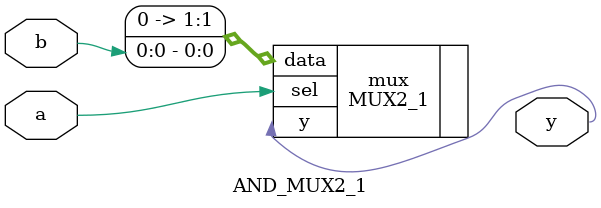
<source format=sv>
module AND_MUX2_1(input a, b, output y);

    MUX2_1 mux(.data({1'b0, b}), .sel(a), .y(y));

endmodule
</source>
